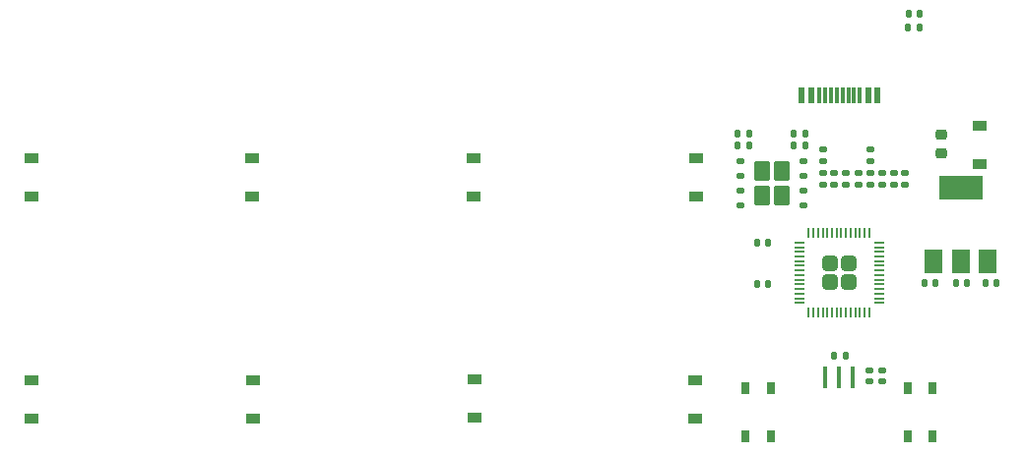
<source format=gbr>
%TF.GenerationSoftware,KiCad,Pcbnew,(6.0.9-0)*%
%TF.CreationDate,2022-12-20T20:03:51+09:00*%
%TF.ProjectId,RP2040_8key,52503230-3430-45f3-986b-65792e6b6963,rev?*%
%TF.SameCoordinates,Original*%
%TF.FileFunction,Paste,Top*%
%TF.FilePolarity,Positive*%
%FSLAX46Y46*%
G04 Gerber Fmt 4.6, Leading zero omitted, Abs format (unit mm)*
G04 Created by KiCad (PCBNEW (6.0.9-0)) date 2022-12-20 20:03:51*
%MOMM*%
%LPD*%
G01*
G04 APERTURE LIST*
G04 Aperture macros list*
%AMRoundRect*
0 Rectangle with rounded corners*
0 $1 Rounding radius*
0 $2 $3 $4 $5 $6 $7 $8 $9 X,Y pos of 4 corners*
0 Add a 4 corners polygon primitive as box body*
4,1,4,$2,$3,$4,$5,$6,$7,$8,$9,$2,$3,0*
0 Add four circle primitives for the rounded corners*
1,1,$1+$1,$2,$3*
1,1,$1+$1,$4,$5*
1,1,$1+$1,$6,$7*
1,1,$1+$1,$8,$9*
0 Add four rect primitives between the rounded corners*
20,1,$1+$1,$2,$3,$4,$5,0*
20,1,$1+$1,$4,$5,$6,$7,0*
20,1,$1+$1,$6,$7,$8,$9,0*
20,1,$1+$1,$8,$9,$2,$3,0*%
G04 Aperture macros list end*
%ADD10RoundRect,0.125000X-0.250000X-0.125000X0.250000X-0.125000X0.250000X0.125000X-0.250000X0.125000X0*%
%ADD11RoundRect,0.250000X-0.435000X-0.615000X0.435000X-0.615000X0.435000X0.615000X-0.435000X0.615000X0*%
%ADD12RoundRect,0.135000X-0.135000X-0.185000X0.135000X-0.185000X0.135000X0.185000X-0.135000X0.185000X0*%
%ADD13R,0.600000X1.450000*%
%ADD14R,0.300000X1.450000*%
%ADD15R,1.200000X0.900000*%
%ADD16RoundRect,0.218750X-0.256250X0.218750X-0.256250X-0.218750X0.256250X-0.218750X0.256250X0.218750X0*%
%ADD17RoundRect,0.147500X0.147500X0.172500X-0.147500X0.172500X-0.147500X-0.172500X0.147500X-0.172500X0*%
%ADD18RoundRect,0.140000X0.140000X0.170000X-0.140000X0.170000X-0.140000X-0.170000X0.140000X-0.170000X0*%
%ADD19RoundRect,0.135000X0.135000X0.185000X-0.135000X0.185000X-0.135000X-0.185000X0.135000X-0.185000X0*%
%ADD20R,3.800000X2.000000*%
%ADD21R,1.500000X2.000000*%
%ADD22RoundRect,0.135000X0.185000X-0.135000X0.185000X0.135000X-0.185000X0.135000X-0.185000X-0.135000X0*%
%ADD23R,0.650000X1.050000*%
%ADD24RoundRect,0.140000X0.170000X-0.140000X0.170000X0.140000X-0.170000X0.140000X-0.170000X-0.140000X0*%
%ADD25RoundRect,0.140000X-0.170000X0.140000X-0.170000X-0.140000X0.170000X-0.140000X0.170000X0.140000X0*%
%ADD26RoundRect,0.140000X-0.140000X-0.170000X0.140000X-0.170000X0.140000X0.170000X-0.140000X0.170000X0*%
%ADD27RoundRect,0.050000X-0.050000X-0.387500X0.050000X-0.387500X0.050000X0.387500X-0.050000X0.387500X0*%
%ADD28RoundRect,0.050000X-0.387500X-0.050000X0.387500X-0.050000X0.387500X0.050000X-0.387500X0.050000X0*%
%ADD29RoundRect,0.249999X-0.395001X-0.395001X0.395001X-0.395001X0.395001X0.395001X-0.395001X0.395001X0*%
%ADD30RoundRect,0.135000X-0.185000X0.135000X-0.185000X-0.135000X0.185000X-0.135000X0.185000X0.135000X0*%
%ADD31R,0.400000X1.900000*%
G04 APERTURE END LIST*
D10*
%TO.C,U3*%
X175350000Y-103995000D03*
X175350000Y-105265000D03*
X175350000Y-106535000D03*
X175350000Y-107805000D03*
X169950000Y-107805000D03*
X169950000Y-106535000D03*
X169950000Y-105265000D03*
X169950000Y-103995000D03*
D11*
X171800000Y-106975000D03*
X173500000Y-104825000D03*
X173500000Y-106975000D03*
X171800000Y-104825000D03*
%TD*%
D12*
%TO.C,R1*%
X185410000Y-92500000D03*
X184390000Y-92500000D03*
%TD*%
D13*
%TO.C,J1*%
X181750000Y-98345000D03*
X180950000Y-98345000D03*
D14*
X180250000Y-98345000D03*
X179250000Y-98345000D03*
X177750000Y-98345000D03*
X176750000Y-98345000D03*
D13*
X176050000Y-98345000D03*
X175250000Y-98345000D03*
X175250000Y-98345000D03*
X176050000Y-98345000D03*
D14*
X177250000Y-98345000D03*
X178250000Y-98345000D03*
X178750000Y-98345000D03*
X179750000Y-98345000D03*
D13*
X180950000Y-98345000D03*
X181750000Y-98345000D03*
%TD*%
D15*
%TO.C,SD1*%
X190550000Y-100900000D03*
X190550000Y-104200000D03*
%TD*%
D16*
%TO.C,F1*%
X187250000Y-103287500D03*
X187250000Y-101712500D03*
%TD*%
D17*
%TO.C,STLED1*%
X184415000Y-91300000D03*
X185385000Y-91300000D03*
%TD*%
D18*
%TO.C,C1*%
X191020000Y-114500000D03*
X191980000Y-114500000D03*
%TD*%
D15*
%TO.C,D7*%
X147100000Y-126100000D03*
X147100000Y-122800000D03*
%TD*%
%TO.C,D1*%
X109000000Y-107050000D03*
X109000000Y-103750000D03*
%TD*%
%TO.C,D8*%
X166100000Y-126150000D03*
X166100000Y-122850000D03*
%TD*%
D19*
%TO.C,R7*%
X169740000Y-101600000D03*
X170760000Y-101600000D03*
%TD*%
D20*
%TO.C,U1*%
X188900000Y-106300000D03*
D21*
X191200000Y-112600000D03*
X188900000Y-112600000D03*
X186600000Y-112600000D03*
%TD*%
D22*
%TO.C,R5*%
X180150000Y-104990000D03*
X180150000Y-106010000D03*
%TD*%
D23*
%TO.C,SW9*%
X172575000Y-127675000D03*
X172575000Y-123525000D03*
X170425000Y-127675000D03*
X170425000Y-123525000D03*
%TD*%
D24*
%TO.C,C6*%
X183150000Y-105020000D03*
X183150000Y-105980000D03*
%TD*%
D18*
%TO.C,C15*%
X174570000Y-102600000D03*
X175530000Y-102600000D03*
%TD*%
D25*
%TO.C,C4*%
X182150000Y-122980000D03*
X182150000Y-122020000D03*
%TD*%
D19*
%TO.C,R6*%
X177990000Y-120750000D03*
X179010000Y-120750000D03*
%TD*%
%TO.C,R8*%
X169740000Y-102600000D03*
X170760000Y-102600000D03*
%TD*%
D24*
%TO.C,C7*%
X184150000Y-105020000D03*
X184150000Y-105980000D03*
%TD*%
D26*
%TO.C,C8*%
X186730000Y-114500000D03*
X185770000Y-114500000D03*
%TD*%
D27*
%TO.C,U2*%
X175850000Y-110162500D03*
X176250000Y-110162500D03*
X176650000Y-110162500D03*
X177050000Y-110162500D03*
X177450000Y-110162500D03*
X177850000Y-110162500D03*
X178250000Y-110162500D03*
X178650000Y-110162500D03*
X179050000Y-110162500D03*
X179450000Y-110162500D03*
X179850000Y-110162500D03*
X180250000Y-110162500D03*
X180650000Y-110162500D03*
X181050000Y-110162500D03*
D28*
X181887500Y-111000000D03*
X181887500Y-111400000D03*
X181887500Y-111800000D03*
X181887500Y-112200000D03*
X181887500Y-112600000D03*
X181887500Y-113000000D03*
X181887500Y-113400000D03*
X181887500Y-113800000D03*
X181887500Y-114200000D03*
X181887500Y-114600000D03*
X181887500Y-115000000D03*
X181887500Y-115400000D03*
X181887500Y-115800000D03*
X181887500Y-116200000D03*
D27*
X181050000Y-117037500D03*
X180650000Y-117037500D03*
X180250000Y-117037500D03*
X179850000Y-117037500D03*
X179450000Y-117037500D03*
X179050000Y-117037500D03*
X178650000Y-117037500D03*
X178250000Y-117037500D03*
X177850000Y-117037500D03*
X177450000Y-117037500D03*
X177050000Y-117037500D03*
X176650000Y-117037500D03*
X176250000Y-117037500D03*
X175850000Y-117037500D03*
D28*
X175012500Y-116200000D03*
X175012500Y-115800000D03*
X175012500Y-115400000D03*
X175012500Y-115000000D03*
X175012500Y-114600000D03*
X175012500Y-114200000D03*
X175012500Y-113800000D03*
X175012500Y-113400000D03*
X175012500Y-113000000D03*
X175012500Y-112600000D03*
X175012500Y-112200000D03*
X175012500Y-111800000D03*
X175012500Y-111400000D03*
X175012500Y-111000000D03*
D29*
X177650000Y-114400000D03*
X179250000Y-114400000D03*
X177650000Y-112800000D03*
X179250000Y-112800000D03*
%TD*%
D15*
%TO.C,D2*%
X128000000Y-107050000D03*
X128000000Y-103750000D03*
%TD*%
D18*
%TO.C,C11*%
X171370000Y-111000000D03*
X172330000Y-111000000D03*
%TD*%
D24*
%TO.C,C5*%
X178050000Y-105020000D03*
X178050000Y-105980000D03*
%TD*%
D18*
%TO.C,C14*%
X174570000Y-101600000D03*
X175530000Y-101600000D03*
%TD*%
D25*
%TO.C,C9*%
X181050000Y-122980000D03*
X181050000Y-122020000D03*
%TD*%
D15*
%TO.C,D5*%
X109000000Y-126150000D03*
X109000000Y-122850000D03*
%TD*%
D30*
%TO.C,R2*%
X181150000Y-104010000D03*
X181150000Y-102990000D03*
%TD*%
D18*
%TO.C,C2*%
X188520000Y-114500000D03*
X189480000Y-114500000D03*
%TD*%
%TO.C,C10*%
X171370000Y-114600000D03*
X172330000Y-114600000D03*
%TD*%
D15*
%TO.C,D3*%
X147000000Y-107050000D03*
X147000000Y-103750000D03*
%TD*%
D23*
%TO.C,SW10*%
X186475000Y-123525000D03*
X186475000Y-127675000D03*
X184325000Y-127675000D03*
X184325000Y-123525000D03*
%TD*%
D22*
%TO.C,R4*%
X179050000Y-104990000D03*
X179050000Y-106010000D03*
%TD*%
D15*
%TO.C,D6*%
X128100000Y-126150000D03*
X128100000Y-122850000D03*
%TD*%
D24*
%TO.C,C3*%
X177050000Y-105020000D03*
X177050000Y-105980000D03*
%TD*%
D15*
%TO.C,D4*%
X166200000Y-103750000D03*
X166200000Y-107050000D03*
%TD*%
D24*
%TO.C,C13*%
X182150000Y-105020000D03*
X182150000Y-105980000D03*
%TD*%
D31*
%TO.C,Y1*%
X179650000Y-122600000D03*
X178450000Y-122600000D03*
X177250000Y-122600000D03*
%TD*%
D30*
%TO.C,R3*%
X177050000Y-104010000D03*
X177050000Y-102990000D03*
%TD*%
D24*
%TO.C,C12*%
X181150000Y-105020000D03*
X181150000Y-105980000D03*
%TD*%
M02*

</source>
